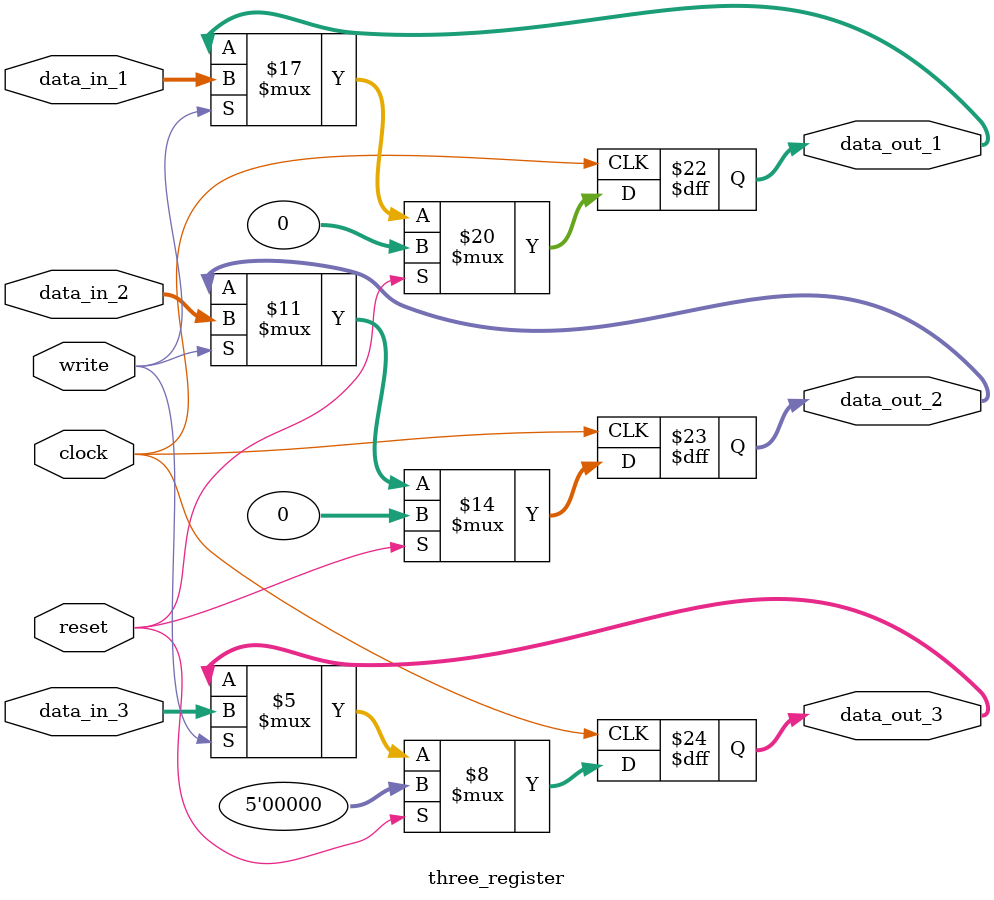
<source format=v>

module three_register(
    input wire [31:0] data_in_1,
    output reg [31:0] data_out_1,
	input wire [31:0] data_in_2,
    output reg [31:0] data_out_2,
	input wire [4:0] data_in_3,
    output reg [4:0] data_out_3,
    input wire reset,
    input wire write,
	input wire clock);

    always @(posedge clock) begin
        if (reset == 1'b1) begin //clears register
            data_out_1 <= 32'h0;
			data_out_2 <= 32'h0;
			data_out_3 <= 32'h0;
        end else if (write == 1'b1) begin
            data_out_1 <= data_in_1;
			data_out_2 <= data_in_2;
			data_out_3 <= data_in_3;
        end else begin
            data_out_1 <= data_out_1;
			data_out_2 <= data_out_2;
			data_out_3 <= data_out_3;
        end
    end

endmodule

</source>
